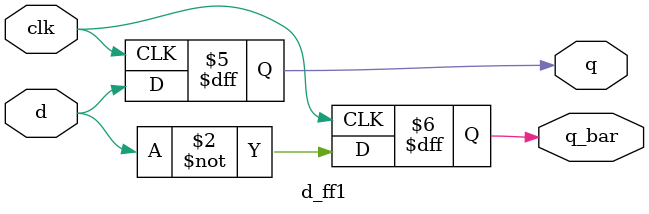
<source format=sv>
`timescale 1fs / 1fs


module d_ff1 (
	      input 	 d,
	      input 	 clk,
	      output reg q,
	      output reg q_bar);
   
   parameter delay = 50e3; //50 ps
   initial q_bar <= 1;
   initial q <= 0;
   
   always @(posedge clk) 
     begin
		q <= d;
	#delay q_bar <= ~d;
     end 
endmodule 

</source>
